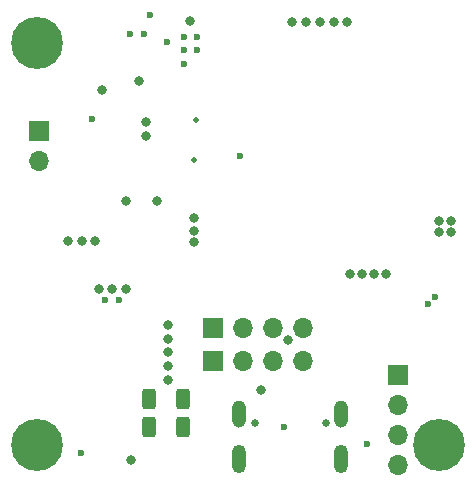
<source format=gbr>
%TF.GenerationSoftware,KiCad,Pcbnew,(6.0.2)*%
%TF.CreationDate,2022-04-25T23:22:53+02:00*%
%TF.ProjectId,V3,56332e6b-6963-4616-945f-706362585858,rev?*%
%TF.SameCoordinates,Original*%
%TF.FileFunction,Soldermask,Bot*%
%TF.FilePolarity,Negative*%
%FSLAX46Y46*%
G04 Gerber Fmt 4.6, Leading zero omitted, Abs format (unit mm)*
G04 Created by KiCad (PCBNEW (6.0.2)) date 2022-04-25 23:22:53*
%MOMM*%
%LPD*%
G01*
G04 APERTURE LIST*
G04 Aperture macros list*
%AMRoundRect*
0 Rectangle with rounded corners*
0 $1 Rounding radius*
0 $2 $3 $4 $5 $6 $7 $8 $9 X,Y pos of 4 corners*
0 Add a 4 corners polygon primitive as box body*
4,1,4,$2,$3,$4,$5,$6,$7,$8,$9,$2,$3,0*
0 Add four circle primitives for the rounded corners*
1,1,$1+$1,$2,$3*
1,1,$1+$1,$4,$5*
1,1,$1+$1,$6,$7*
1,1,$1+$1,$8,$9*
0 Add four rect primitives between the rounded corners*
20,1,$1+$1,$2,$3,$4,$5,0*
20,1,$1+$1,$4,$5,$6,$7,0*
20,1,$1+$1,$6,$7,$8,$9,0*
20,1,$1+$1,$8,$9,$2,$3,0*%
G04 Aperture macros list end*
%ADD10RoundRect,0.250000X0.312500X0.625000X-0.312500X0.625000X-0.312500X-0.625000X0.312500X-0.625000X0*%
%ADD11C,0.600000*%
%ADD12C,0.630000*%
%ADD13O,1.158000X2.316000*%
%ADD14O,1.200000X2.400000*%
%ADD15C,4.400000*%
%ADD16R,1.700000X1.700000*%
%ADD17O,1.700000X1.700000*%
%ADD18C,0.800000*%
%ADD19C,0.500000*%
G04 APERTURE END LIST*
D10*
%TO.C,R12*%
X118862500Y-134600000D03*
X115937500Y-134600000D03*
%TD*%
D11*
%TO.C,J1*%
X130900000Y-136600000D03*
D12*
X130900000Y-136600000D03*
X124900000Y-136600000D03*
D13*
X123580000Y-135875000D03*
X132220000Y-135875000D03*
D14*
X123580000Y-139700000D03*
X132220000Y-139700000D03*
%TD*%
D15*
%TO.C,H1*%
X106500000Y-104500000D03*
%TD*%
%TO.C,H3*%
X140500000Y-138500000D03*
%TD*%
D16*
%TO.C,J6*%
X121400000Y-131400000D03*
D17*
X123940000Y-131400000D03*
X126480000Y-131400000D03*
X129020000Y-131400000D03*
%TD*%
D16*
%TO.C,J2*%
X106600000Y-111925000D03*
D17*
X106600000Y-114465000D03*
%TD*%
D10*
%TO.C,R13*%
X115937500Y-137000000D03*
X118862500Y-137000000D03*
%TD*%
D16*
%TO.C,J4*%
X137000000Y-132600000D03*
D17*
X137000000Y-135140000D03*
X137000000Y-137680000D03*
X137000000Y-140220000D03*
%TD*%
D16*
%TO.C,J5*%
X121400000Y-128600000D03*
D17*
X123940000Y-128600000D03*
X126480000Y-128600000D03*
X129020000Y-128600000D03*
%TD*%
D15*
%TO.C,H2*%
X106500000Y-138500000D03*
%TD*%
D18*
X116606732Y-117800000D03*
X114000000Y-117800000D03*
X114400000Y-139800000D03*
X117550000Y-133000000D03*
X141500000Y-120500000D03*
X115700000Y-111150000D03*
X141492598Y-119494241D03*
X111700000Y-125250000D03*
X131600000Y-102700000D03*
X130400000Y-102700000D03*
X119450000Y-102600000D03*
X125400000Y-133800000D03*
X109100000Y-121200000D03*
X135000000Y-124000000D03*
X132750000Y-102700000D03*
X117550000Y-129500000D03*
X129250000Y-102700000D03*
X128100000Y-102700000D03*
X115100000Y-107700000D03*
X119750000Y-119300000D03*
X112000000Y-108400000D03*
X110250000Y-121200000D03*
X140500000Y-120500000D03*
X112850000Y-125250000D03*
X115700000Y-112300000D03*
X114000000Y-125250000D03*
X111400000Y-121200000D03*
X140500000Y-119500000D03*
X136000000Y-124000000D03*
X117550000Y-128350000D03*
X119750000Y-120350000D03*
X117550000Y-130650000D03*
X119750000Y-121350000D03*
X134000000Y-124000000D03*
X133000000Y-124000000D03*
X117550000Y-131850000D03*
D11*
X113400000Y-126200000D03*
X118900000Y-103950000D03*
X116050000Y-102050000D03*
X140200000Y-126000000D03*
X120050000Y-105050000D03*
X120050000Y-103950000D03*
X139600000Y-126600000D03*
X118900000Y-105050000D03*
X115550000Y-103700000D03*
X118900000Y-106200000D03*
X112225000Y-126200000D03*
X117450000Y-104350000D03*
X114350000Y-103700000D03*
D19*
X119900000Y-111000000D03*
X119800000Y-114400000D03*
D11*
X111100000Y-110900000D03*
X123700000Y-114000000D03*
D18*
X127700000Y-129600000D03*
D11*
X127400000Y-137000000D03*
X134400000Y-138400000D03*
X110200000Y-139200000D03*
M02*

</source>
